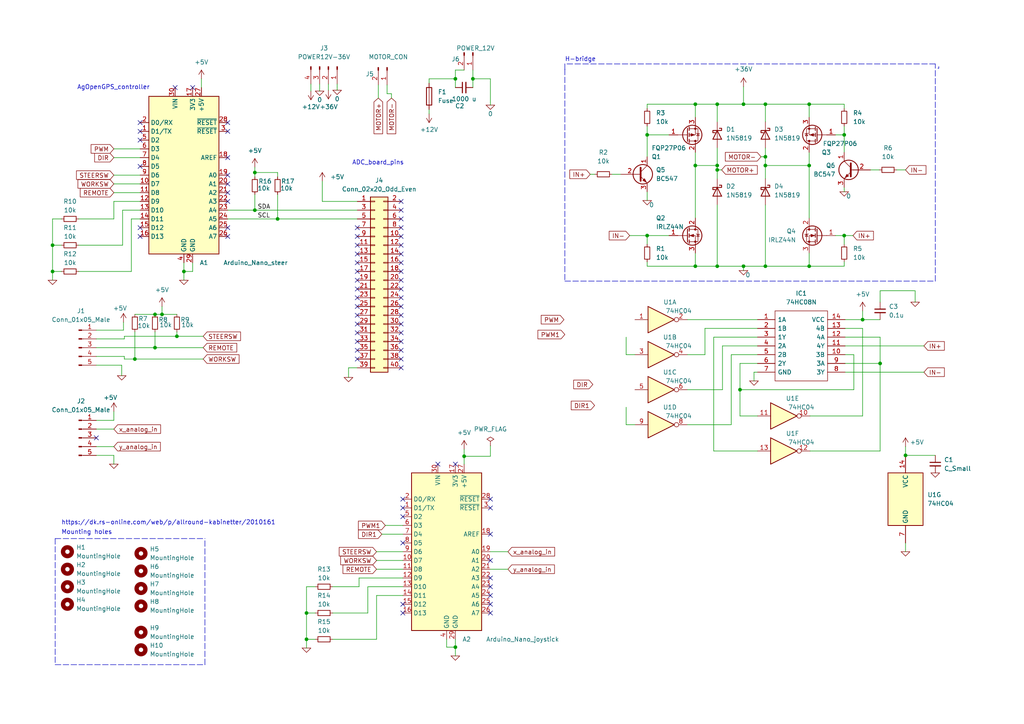
<source format=kicad_sch>
(kicad_sch (version 20211123) (generator eeschema)
  (paper "A4")
  (junction (at 208.026 48.006))
  (junction (at 244.856 39.116))
  (junction (at 234.696 30.226))
  (junction (at 132.08 22.86))
  (junction (at 201.676 48.006))
  (junction (at 221.996 45.466))
  (junction (at 201.676 77.216))
  (junction (at 208.026 77.216))
  (junction (at 51.308 97.536))
  (junction (at 46.99 91.186))
  (junction (at 215.646 30.226))
  (junction (at 44.958 100.838))
  (junction (at 15.24 71.12))
  (junction (at 234.696 48.006))
  (junction (at 88.9 185.42))
  (junction (at 88.9 177.8))
  (junction (at 215.646 77.216))
  (junction (at 208.026 30.226))
  (junction (at 73.914 50.038))
  (junction (at 15.24 78.74))
  (junction (at 244.856 68.326))
  (junction (at 214.63 113.03))
  (junction (at 221.996 77.216))
  (junction (at 39.116 104.14))
  (junction (at 187.706 39.116))
  (junction (at 137.16 22.86))
  (junction (at 73.914 60.96))
  (junction (at 221.996 48.006))
  (junction (at 44.958 91.186))
  (junction (at 201.676 30.226))
  (junction (at 255.27 105.41))
  (junction (at 234.696 77.216))
  (junction (at 262.636 132.08))
  (junction (at 80.518 63.5))
  (junction (at 134.62 132.334))
  (junction (at 221.996 30.226))
  (junction (at 208.026 49.276))
  (junction (at 250.19 92.71))
  (junction (at 53.34 78.74))
  (junction (at 132.08 187.706))
  (junction (at 187.706 68.326))
  (no_connect (at 116.332 106.68))
  (no_connect (at 103.632 68.58))
  (no_connect (at 66.04 68.58))
  (no_connect (at 142.24 170.18))
  (no_connect (at 116.84 157.48))
  (no_connect (at 116.332 58.42))
  (no_connect (at 116.332 63.5))
  (no_connect (at 116.84 144.78))
  (no_connect (at 132.08 134.62))
  (no_connect (at 40.64 38.1))
  (no_connect (at 142.24 175.26))
  (no_connect (at 103.632 83.82))
  (no_connect (at 127 134.62))
  (no_connect (at 55.88 25.4))
  (no_connect (at 103.632 104.14))
  (no_connect (at 66.04 38.1))
  (no_connect (at 142.24 167.64))
  (no_connect (at 50.8 25.4))
  (no_connect (at 142.24 177.8))
  (no_connect (at 103.632 78.74))
  (no_connect (at 66.04 58.42))
  (no_connect (at 103.632 91.44))
  (no_connect (at 142.24 162.56))
  (no_connect (at 27.94 127))
  (no_connect (at 116.332 104.14))
  (no_connect (at 142.24 154.94))
  (no_connect (at 66.04 45.72))
  (no_connect (at 116.332 96.52))
  (no_connect (at 40.64 68.58))
  (no_connect (at 116.332 101.6))
  (no_connect (at 116.84 149.86))
  (no_connect (at 116.332 81.28))
  (no_connect (at 116.84 175.26))
  (no_connect (at 103.632 101.6))
  (no_connect (at 116.332 88.9))
  (no_connect (at 103.632 66.04))
  (no_connect (at 103.632 73.66))
  (no_connect (at 40.64 40.64))
  (no_connect (at 103.632 81.28))
  (no_connect (at 116.332 83.82))
  (no_connect (at 142.24 147.32))
  (no_connect (at 116.84 177.8))
  (no_connect (at 116.332 99.06))
  (no_connect (at 116.332 73.66))
  (no_connect (at 40.64 48.26))
  (no_connect (at 103.632 93.98))
  (no_connect (at 103.632 71.12))
  (no_connect (at 40.64 66.04))
  (no_connect (at 116.332 86.36))
  (no_connect (at 142.24 144.78))
  (no_connect (at 103.632 76.2))
  (no_connect (at 103.632 96.52))
  (no_connect (at 116.84 147.32))
  (no_connect (at 66.04 35.56))
  (no_connect (at 116.332 71.12))
  (no_connect (at 142.24 172.72))
  (no_connect (at 66.04 66.04))
  (no_connect (at 66.04 53.34))
  (no_connect (at 116.332 60.96))
  (no_connect (at 40.64 35.56))
  (no_connect (at 116.332 76.2))
  (no_connect (at 103.632 88.9))
  (no_connect (at 116.332 93.98))
  (no_connect (at 103.632 99.06))
  (no_connect (at 66.04 50.8))
  (no_connect (at 116.332 91.44))
  (no_connect (at 116.332 66.04))
  (no_connect (at 116.332 68.58))
  (no_connect (at 66.04 55.88))
  (no_connect (at 116.332 78.74))
  (no_connect (at 103.632 86.36))
  (wire (pts (xy 33.02 53.34) (xy 40.64 53.34)))
  (wire (pts (xy 142.24 165.1) (xy 147.32 165.1)))
  (wire (pts (xy 112.268 27.178) (xy 113.538 27.178)))
  (wire (pts (xy 219.71 102.87) (xy 212.09 102.87)))
  (wire (pts (xy 134.62 130.302) (xy 134.62 132.334)))
  (wire (pts (xy 234.696 73.406) (xy 234.696 77.216)))
  (wire (pts (xy 215.646 77.216) (xy 215.646 78.486)))
  (wire (pts (xy 244.856 55.626) (xy 244.856 54.356)))
  (wire (pts (xy 104.14 167.64) (xy 104.14 170.18)))
  (wire (pts (xy 142.24 132.334) (xy 134.62 132.334)))
  (wire (pts (xy 39.116 96.266) (xy 39.116 104.14)))
  (wire (pts (xy 91.44 177.8) (xy 88.9 177.8)))
  (wire (pts (xy 88.9 185.42) (xy 91.44 185.42)))
  (wire (pts (xy 124.46 22.86) (xy 132.08 22.86)))
  (wire (pts (xy 220.726 45.466) (xy 221.996 45.466)))
  (wire (pts (xy 245.11 97.79) (xy 255.27 97.79)))
  (wire (pts (xy 204.47 95.25) (xy 204.47 102.87)))
  (wire (pts (xy 234.696 44.196) (xy 234.696 48.006)))
  (wire (pts (xy 244.856 36.576) (xy 244.856 39.116)))
  (wire (pts (xy 199.39 113.03) (xy 209.55 113.03)))
  (wire (pts (xy 234.696 48.006) (xy 234.696 63.246)))
  (wire (pts (xy 187.706 68.326) (xy 194.056 68.326)))
  (wire (pts (xy 208.026 59.436) (xy 208.026 77.216)))
  (wire (pts (xy 187.706 39.116) (xy 194.056 39.116)))
  (wire (pts (xy 73.914 60.96) (xy 103.632 60.96)))
  (wire (pts (xy 181.61 102.87) (xy 184.15 102.87)))
  (wire (pts (xy 234.696 30.226) (xy 244.856 30.226)))
  (wire (pts (xy 106.68 177.8) (xy 96.52 177.8)))
  (wire (pts (xy 221.996 42.926) (xy 221.996 45.466)))
  (wire (pts (xy 27.94 121.92) (xy 33.02 121.92)))
  (wire (pts (xy 44.958 91.186) (xy 46.99 91.186)))
  (wire (pts (xy 199.39 92.71) (xy 219.71 92.71)))
  (wire (pts (xy 27.94 100.838) (xy 44.958 100.838)))
  (polyline (pts (xy 272.288 19.304) (xy 272.288 19.812)))
  (wire (pts (xy 40.64 63.5) (xy 38.1 63.5)))
  (wire (pts (xy 22.86 63.5) (xy 33.02 63.5)))
  (wire (pts (xy 201.676 77.216) (xy 208.026 77.216)))
  (wire (pts (xy 132.08 187.706) (xy 132.08 190.246)))
  (wire (pts (xy 255.27 97.79) (xy 255.27 105.41)))
  (polyline (pts (xy 16.002 156.21) (xy 16.002 192.786)))
  (wire (pts (xy 113.538 27.178) (xy 113.538 28.448)))
  (wire (pts (xy 15.24 63.5) (xy 15.24 71.12)))
  (wire (pts (xy 95.25 24.384) (xy 95.25 26.162)))
  (wire (pts (xy 73.914 50.038) (xy 73.914 51.308)))
  (wire (pts (xy 124.46 33.02) (xy 124.46 31.75)))
  (wire (pts (xy 80.518 63.5) (xy 103.632 63.5)))
  (wire (pts (xy 221.996 59.436) (xy 221.996 77.216)))
  (wire (pts (xy 33.02 63.5) (xy 33.02 58.42)))
  (wire (pts (xy 80.518 51.308) (xy 80.518 50.038)))
  (wire (pts (xy 17.78 63.5) (xy 15.24 63.5)))
  (wire (pts (xy 33.02 50.8) (xy 40.64 50.8)))
  (wire (pts (xy 80.518 63.5) (xy 66.04 63.5)))
  (wire (pts (xy 187.706 70.866) (xy 187.706 68.326)))
  (wire (pts (xy 137.16 25.4) (xy 137.16 22.86)))
  (polyline (pts (xy 16.002 192.786) (xy 59.436 192.786)))
  (wire (pts (xy 255.27 130.81) (xy 255.27 105.41)))
  (wire (pts (xy 208.026 49.276) (xy 208.026 51.816)))
  (wire (pts (xy 142.24 160.02) (xy 147.32 160.02)))
  (wire (pts (xy 33.02 119.38) (xy 33.02 121.92)))
  (wire (pts (xy 252.476 49.276) (xy 255.016 49.276)))
  (wire (pts (xy 208.026 49.276) (xy 209.296 49.276)))
  (wire (pts (xy 142.24 22.86) (xy 137.16 22.86)))
  (polyline (pts (xy 163.83 20.066) (xy 163.83 81.534)))
  (wire (pts (xy 209.55 113.03) (xy 209.55 100.33)))
  (wire (pts (xy 27.94 103.378) (xy 36.068 103.378)))
  (wire (pts (xy 219.71 105.41) (xy 214.63 105.41)))
  (wire (pts (xy 53.34 76.2) (xy 53.34 78.74)))
  (wire (pts (xy 111.76 152.4) (xy 116.84 152.4)))
  (wire (pts (xy 134.62 20.32) (xy 132.08 20.32)))
  (wire (pts (xy 27.94 105.918) (xy 35.306 105.918)))
  (wire (pts (xy 39.116 104.14) (xy 58.928 104.14)))
  (wire (pts (xy 92.71 24.384) (xy 92.71 26.416)))
  (wire (pts (xy 221.996 48.006) (xy 221.996 51.816)))
  (wire (pts (xy 271.272 132.08) (xy 262.636 132.08)))
  (wire (pts (xy 204.47 102.87) (xy 199.39 102.87)))
  (wire (pts (xy 27.94 98.298) (xy 36.068 98.298)))
  (wire (pts (xy 214.63 113.03) (xy 247.65 113.03)))
  (wire (pts (xy 36.068 97.536) (xy 51.308 97.536)))
  (wire (pts (xy 212.09 102.87) (xy 212.09 123.19)))
  (wire (pts (xy 181.61 97.79) (xy 181.61 102.87)))
  (wire (pts (xy 58.42 22.86) (xy 58.42 25.4)))
  (wire (pts (xy 93.472 58.42) (xy 103.632 58.42)))
  (wire (pts (xy 35.814 93.472) (xy 35.814 95.758)))
  (wire (pts (xy 244.856 68.326) (xy 244.856 70.866)))
  (wire (pts (xy 129.54 185.42) (xy 129.54 187.706)))
  (wire (pts (xy 214.63 120.65) (xy 219.71 120.65)))
  (wire (pts (xy 40.64 60.96) (xy 35.56 60.96)))
  (wire (pts (xy 109.22 185.42) (xy 96.52 185.42)))
  (wire (pts (xy 55.88 76.2) (xy 55.88 78.74)))
  (polyline (pts (xy 163.83 81.534) (xy 271.272 81.534)))
  (wire (pts (xy 187.706 39.116) (xy 187.706 45.466)))
  (wire (pts (xy 132.08 185.42) (xy 132.08 187.706)))
  (wire (pts (xy 250.19 120.65) (xy 250.19 95.25)))
  (polyline (pts (xy 271.272 81.534) (xy 271.272 18.542)))
  (wire (pts (xy 215.646 25.146) (xy 215.646 30.226)))
  (wire (pts (xy 201.676 30.226) (xy 208.026 30.226)))
  (wire (pts (xy 33.02 134.62) (xy 33.02 132.08)))
  (wire (pts (xy 80.518 56.388) (xy 80.518 63.5)))
  (wire (pts (xy 88.9 187.96) (xy 88.9 185.42)))
  (wire (pts (xy 73.914 48.514) (xy 73.914 50.038)))
  (wire (pts (xy 46.99 91.186) (xy 46.99 88.9)))
  (wire (pts (xy 208.026 48.006) (xy 208.026 49.276)))
  (wire (pts (xy 35.814 95.758) (xy 27.94 95.758)))
  (wire (pts (xy 215.646 77.216) (xy 221.996 77.216)))
  (wire (pts (xy 201.676 48.006) (xy 208.026 48.006)))
  (wire (pts (xy 44.958 96.266) (xy 44.958 100.838)))
  (wire (pts (xy 215.646 30.226) (xy 221.996 30.226)))
  (wire (pts (xy 208.026 77.216) (xy 215.646 77.216)))
  (wire (pts (xy 207.01 130.81) (xy 219.71 130.81)))
  (wire (pts (xy 212.09 123.19) (xy 199.39 123.19)))
  (wire (pts (xy 234.696 30.226) (xy 234.696 34.036)))
  (wire (pts (xy 219.71 107.95) (xy 218.694 107.95)))
  (wire (pts (xy 38.1 78.74) (xy 22.86 78.74)))
  (wire (pts (xy 187.706 31.496) (xy 187.706 30.226)))
  (wire (pts (xy 181.61 118.11) (xy 181.61 123.19)))
  (wire (pts (xy 51.308 97.536) (xy 58.928 97.536)))
  (wire (pts (xy 221.996 30.226) (xy 234.696 30.226)))
  (wire (pts (xy 142.24 30.48) (xy 142.24 22.86)))
  (wire (pts (xy 214.63 113.03) (xy 214.63 120.65)))
  (wire (pts (xy 137.16 20.32) (xy 137.16 22.86)))
  (wire (pts (xy 33.02 55.88) (xy 40.64 55.88)))
  (wire (pts (xy 201.676 30.226) (xy 201.676 34.036)))
  (wire (pts (xy 187.706 36.576) (xy 187.706 39.116)))
  (wire (pts (xy 221.996 45.466) (xy 221.996 48.006)))
  (wire (pts (xy 93.472 52.578) (xy 93.472 58.42)))
  (wire (pts (xy 182.626 68.326) (xy 187.706 68.326)))
  (wire (pts (xy 91.44 170.18) (xy 88.9 170.18)))
  (wire (pts (xy 36.068 98.298) (xy 36.068 97.536)))
  (wire (pts (xy 245.11 92.71) (xy 250.19 92.71)))
  (wire (pts (xy 17.78 71.12) (xy 15.24 71.12)))
  (wire (pts (xy 97.79 24.384) (xy 97.79 26.162)))
  (wire (pts (xy 27.94 129.54) (xy 33.02 129.54)))
  (wire (pts (xy 244.856 39.116) (xy 242.316 39.116)))
  (wire (pts (xy 260.096 49.276) (xy 262.636 49.276)))
  (wire (pts (xy 262.636 129.54) (xy 262.636 132.08)))
  (wire (pts (xy 265.43 87.63) (xy 265.43 84.328)))
  (wire (pts (xy 66.04 60.96) (xy 73.914 60.96)))
  (polyline (pts (xy 163.83 18.542) (xy 163.83 20.32)))
  (wire (pts (xy 104.14 167.64) (xy 116.84 167.64)))
  (wire (pts (xy 51.308 91.186) (xy 46.99 91.186)))
  (wire (pts (xy 245.11 100.33) (xy 267.97 100.33)))
  (wire (pts (xy 219.71 97.79) (xy 207.01 97.79)))
  (wire (pts (xy 221.996 77.216) (xy 234.696 77.216)))
  (wire (pts (xy 201.676 73.406) (xy 201.676 77.216)))
  (wire (pts (xy 255.27 84.328) (xy 255.27 87.63)))
  (wire (pts (xy 247.65 102.87) (xy 245.11 102.87)))
  (wire (pts (xy 208.026 42.926) (xy 208.026 48.006)))
  (wire (pts (xy 181.61 123.19) (xy 184.15 123.19)))
  (wire (pts (xy 33.02 45.72) (xy 40.64 45.72)))
  (wire (pts (xy 53.34 78.74) (xy 53.34 81.28)))
  (wire (pts (xy 15.24 78.74) (xy 17.78 78.74)))
  (wire (pts (xy 101.092 106.68) (xy 101.092 109.474)))
  (wire (pts (xy 33.02 58.42) (xy 40.64 58.42)))
  (wire (pts (xy 187.706 30.226) (xy 201.676 30.226)))
  (wire (pts (xy 187.706 75.946) (xy 187.706 77.216)))
  (wire (pts (xy 33.02 43.18) (xy 40.64 43.18)))
  (wire (pts (xy 51.308 96.266) (xy 51.308 97.536)))
  (wire (pts (xy 109.22 165.1) (xy 116.84 165.1)))
  (wire (pts (xy 44.958 100.838) (xy 58.928 100.838)))
  (wire (pts (xy 36.068 104.14) (xy 36.068 103.378)))
  (wire (pts (xy 27.94 124.46) (xy 33.02 124.46)))
  (wire (pts (xy 109.22 160.02) (xy 116.84 160.02)))
  (wire (pts (xy 109.22 162.56) (xy 116.84 162.56)))
  (wire (pts (xy 35.306 108.966) (xy 35.306 105.918)))
  (polyline (pts (xy 271.272 18.542) (xy 163.83 18.542)))
  (wire (pts (xy 244.856 75.946) (xy 244.856 77.216)))
  (wire (pts (xy 250.19 90.17) (xy 250.19 92.71)))
  (wire (pts (xy 209.55 100.33) (xy 219.71 100.33)))
  (wire (pts (xy 171.196 50.546) (xy 172.466 50.546)))
  (wire (pts (xy 129.54 187.706) (xy 132.08 187.706)))
  (wire (pts (xy 132.08 20.32) (xy 132.08 22.86)))
  (wire (pts (xy 15.24 71.12) (xy 15.24 78.74)))
  (wire (pts (xy 90.17 24.384) (xy 90.17 26.416)))
  (wire (pts (xy 109.22 172.72) (xy 109.22 185.42)))
  (wire (pts (xy 36.068 104.14) (xy 39.116 104.14)))
  (wire (pts (xy 106.68 170.18) (xy 106.68 177.8)))
  (wire (pts (xy 242.316 68.326) (xy 244.856 68.326)))
  (polyline (pts (xy 59.436 192.786) (xy 59.436 156.21)))
  (wire (pts (xy 255.27 92.71) (xy 250.19 92.71)))
  (wire (pts (xy 33.02 132.08) (xy 27.94 132.08)))
  (wire (pts (xy 201.676 48.006) (xy 201.676 63.246)))
  (wire (pts (xy 38.1 63.5) (xy 38.1 78.74)))
  (wire (pts (xy 124.46 22.86) (xy 124.46 24.13)))
  (wire (pts (xy 116.84 170.18) (xy 106.68 170.18)))
  (wire (pts (xy 116.84 172.72) (xy 109.22 172.72)))
  (polyline (pts (xy 272.288 19.812) (xy 272.034 19.812)))
  (wire (pts (xy 132.08 25.4) (xy 132.08 22.86)))
  (wire (pts (xy 73.914 56.388) (xy 73.914 60.96)))
  (wire (pts (xy 245.11 105.41) (xy 255.27 105.41)))
  (wire (pts (xy 55.88 78.74) (xy 53.34 78.74)))
  (wire (pts (xy 219.71 95.25) (xy 204.47 95.25)))
  (wire (pts (xy 112.268 24.638) (xy 112.268 27.178)))
  (wire (pts (xy 35.56 71.12) (xy 22.86 71.12)))
  (wire (pts (xy 103.632 106.68) (xy 101.092 106.68)))
  (wire (pts (xy 244.856 30.226) (xy 244.856 31.496)))
  (wire (pts (xy 244.856 77.216) (xy 234.696 77.216)))
  (wire (pts (xy 187.706 55.626) (xy 187.706 58.166)))
  (wire (pts (xy 88.9 170.18) (xy 88.9 177.8)))
  (wire (pts (xy 88.9 177.8) (xy 88.9 185.42)))
  (wire (pts (xy 247.65 113.03) (xy 247.65 102.87)))
  (wire (pts (xy 218.694 107.95) (xy 218.694 110.49)))
  (wire (pts (xy 245.11 107.95) (xy 267.97 107.95)))
  (wire (pts (xy 177.546 50.546) (xy 180.086 50.546)))
  (wire (pts (xy 35.56 60.96) (xy 35.56 71.12)))
  (wire (pts (xy 234.95 120.65) (xy 250.19 120.65)))
  (wire (pts (xy 234.95 130.81) (xy 255.27 130.81)))
  (wire (pts (xy 15.24 81.28) (xy 15.24 78.74)))
  (wire (pts (xy 104.14 170.18) (xy 96.52 170.18)))
  (wire (pts (xy 207.01 97.79) (xy 207.01 130.81)))
  (wire (pts (xy 244.856 39.116) (xy 244.856 44.196)))
  (wire (pts (xy 142.24 129.286) (xy 142.24 132.334)))
  (wire (pts (xy 244.856 68.326) (xy 247.396 68.326)))
  (wire (pts (xy 187.706 77.216) (xy 201.676 77.216)))
  (wire (pts (xy 245.11 95.25) (xy 250.19 95.25)))
  (wire (pts (xy 221.996 48.006) (xy 234.696 48.006)))
  (wire (pts (xy 214.63 105.41) (xy 214.63 113.03)))
  (wire (pts (xy 262.636 160.02) (xy 262.636 157.48)))
  (wire (pts (xy 208.026 30.226) (xy 215.646 30.226)))
  (wire (pts (xy 134.62 132.334) (xy 134.62 134.62)))
  (wire (pts (xy 265.43 84.328) (xy 255.27 84.328)))
  (wire (pts (xy 110.744 154.94) (xy 116.84 154.94)))
  (wire (pts (xy 109.728 24.638) (xy 109.728 28.448)))
  (wire (pts (xy 221.996 30.226) (xy 221.996 35.306)))
  (wire (pts (xy 80.518 50.038) (xy 73.914 50.038)))
  (polyline (pts (xy 16.002 156.21) (xy 59.436 156.21)))
  (wire (pts (xy 208.026 30.226) (xy 208.026 35.306)))
  (wire (pts (xy 201.676 44.196) (xy 201.676 48.006)))
  (wire (pts (xy 39.116 91.186) (xy 44.958 91.186)))
  (text "Mounting holes\n" (at 17.78 155.194 0) (effects (font (size 1.27 1.27)) (justify left bottom)))
  (text "ADC_board_pins\n" (at 102.108 48.006 0) (effects (font (size 1.27 1.27)) (justify left bottom)))
  (text "https://dk.rs-online.com/web/p/allround-kabinetter/2010161" (at 17.78 152.4 0) (effects (font (size 1.27 1.27)) (justify left bottom)))
  (text "AgOpenGPS_controller" (at 22.352 26.162 0) (effects (font (size 1.27 1.27)) (justify left bottom)))
  (text "H-bridge" (at 163.83 18.034 0) (effects (font (size 1.27 1.27)) (justify left bottom)))
  (label "SDA" (at 74.676 60.96 0))
  (label "SCL" (at 74.676 63.5 0))
  (global_label "IN-" (shape input) (at 182.626 68.326 180) (property "Intersheet References" "${INTERSHEET_REFS}" (effects hide)))
  (global_label "y_analog_in" (shape input) (at 33.02 129.54 0) (property "Intersheet References" "${INTERSHEET_REFS}" (effects hide)))
  (global_label "STEERSW" (shape input) (at 58.928 97.536 0) (property "Intersheet References" "${INTERSHEET_REFS}" (effects hide)))
  (global_label "y_analog_in" (shape input) (at 147.32 165.1 0) (property "Intersheet References" "${INTERSHEET_REFS}" (effects hide)))
  (global_label "REMOTE" (shape input) (at 33.02 55.88 180) (property "Intersheet References" "${INTERSHEET_REFS}" (effects hide)))
  (global_label "REMOTE" (shape input) (at 58.928 100.838 0) (property "Intersheet References" "${INTERSHEET_REFS}" (effects hide)))
  (global_label "DIR1" (shape input) (at 172.466 117.602 180) (property "Intersheet References" "${INTERSHEET_REFS}" (effects hide)))
  (global_label "PWM" (shape input) (at 33.02 43.18 180) (property "Intersheet References" "${INTERSHEET_REFS}" (effects hide)))
  (global_label "IN-" (shape input) (at 267.97 107.95 0) (property "Intersheet References" "${INTERSHEET_REFS}" (effects hide)))
  (global_label "MOTOR-" (shape input) (at 113.538 28.448 270) (property "Intersheet References" "${INTERSHEET_REFS}" (effects hide)))
  (global_label "WORKSW" (shape input) (at 58.928 104.14 0) (property "Intersheet References" "${INTERSHEET_REFS}" (effects hide)))
  (global_label "DIR" (shape input) (at 33.02 45.72 180) (property "Intersheet References" "${INTERSHEET_REFS}" (effects hide)))
  (global_label "IN+" (shape input) (at 267.97 100.33 0) (property "Intersheet References" "${INTERSHEET_REFS}" (effects hide)))
  (global_label "PWM" (shape input) (at 163.576 92.71 180) (property "Intersheet References" "${INTERSHEET_REFS}" (effects hide)))
  (global_label "IN+" (shape input) (at 247.396 68.326 0) (property "Intersheet References" "${INTERSHEET_REFS}" (effects hide)))
  (global_label "DIR1" (shape input) (at 110.744 154.94 180) (property "Intersheet References" "${INTERSHEET_REFS}" (effects hide)))
  (global_label "PWM1" (shape input) (at 111.76 152.4 180) (property "Intersheet References" "${INTERSHEET_REFS}" (effects hide)))
  (global_label "MOTOR+" (shape input) (at 209.296 49.276 0) (property "Intersheet References" "${INTERSHEET_REFS}" (effects hide)))
  (global_label "IN-" (shape input) (at 262.636 49.276 0) (property "Intersheet References" "${INTERSHEET_REFS}" (effects hide)))
  (global_label "MOTOR-" (shape input) (at 220.726 45.466 180) (property "Intersheet References" "${INTERSHEET_REFS}" (effects hide)))
  (global_label "STEERSW" (shape input) (at 33.02 50.8 180) (property "Intersheet References" "${INTERSHEET_REFS}" (effects hide)))
  (global_label "x_analog_in" (shape input) (at 147.32 160.02 0) (property "Intersheet References" "${INTERSHEET_REFS}" (effects hide)))
  (global_label "STEERSW" (shape input) (at 109.22 160.02 180) (property "Intersheet References" "${INTERSHEET_REFS}" (effects hide)))
  (global_label "IN+" (shape input) (at 171.196 50.546 180) (property "Intersheet References" "${INTERSHEET_REFS}" (effects hide)))
  (global_label "PWM1" (shape input) (at 163.83 97.028 180) (property "Intersheet References" "${INTERSHEET_REFS}" (effects hide)))
  (global_label "REMOTE" (shape input) (at 109.22 165.1 180) (property "Intersheet References" "${INTERSHEET_REFS}" (effects hide)))
  (global_label "WORKSW" (shape input) (at 109.22 162.56 180) (property "Intersheet References" "${INTERSHEET_REFS}" (effects hide)))
  (global_label "WORKSW" (shape input) (at 33.02 53.34 180) (property "Intersheet References" "${INTERSHEET_REFS}" (effects hide)))
  (global_label "DIR" (shape input) (at 171.958 111.506 180) (property "Intersheet References" "${INTERSHEET_REFS}" (effects hide)))
  (global_label "x_analog_in" (shape input) (at 33.02 124.46 0) (property "Intersheet References" "${INTERSHEET_REFS}" (effects hide)))
  (global_label "MOTOR+" (shape input) (at 109.728 28.448 270) (property "Intersheet References" "${INTERSHEET_REFS}" (effects hide)))
  (symbol (lib_id "74xx:74HC04") (at 191.77 123.19 0) (unit 4)
    (property "Reference" "U1" (at 194.31 118.11 0))
    (property "Value" "74HC04" (at 196.85 120.65 0))
    (property "Footprint" "Package_DIP:DIP-14_W7.62mm" (effects hide))
    (property "Datasheet" "https://assets.nexperia.com/documents/data-sheet/74HC_HCT04.pdf" (effects hide))
  )
  (symbol (lib_id "power:+36V") (at 95.25 26.162 180) (unit 1)
    (property "Reference" "#PWR0102" (effects hide))
    (property "Value" "+36V" (at 92.71 30.988 0) (effects (justify right)))
  )
  (symbol (lib_id "pspice:0") (at 101.092 109.474 0) (unit 1)
    (property "Reference" "#GND0115" (effects hide))
    (property "Value" "0" (effects hide))
  )
  (symbol (lib_id "Device:R_Small") (at 244.856 73.406 0) (unit 1)
    (property "Reference" "R5" (at 247.396 72.1359 0) (effects (justify left)))
    (property "Value" "10k" (at 247.396 74.6759 0) (effects (justify left)))
    (property "Footprint" "Resistor_THT:R_Axial_DIN0207_L6.3mm_D2.5mm_P7.62mm_Horizontal" (effects hide))
  )
  (symbol (lib_id "Transistor_FET:FQP27P06") (at 237.236 39.116 180) (unit 1)
    (property "Reference" "Q3" (at 241.046 44.196 0) (effects (justify left)))
    (property "Value" "FQP27P06" (at 248.666 41.656 0) (effects (justify left)))
    (property "Footprint" "Package_TO_SOT_THT:TO-220-3_Vertical" (effects hide))
    (property "Datasheet" "https://www.onsemi.com/pub/Collateral/FQP27P06-D.PDF" (effects hide))
  )
  (symbol (lib_id "74xx:74HC04") (at 191.77 113.03 0) (unit 3)
    (property "Reference" "U1" (at 194.31 107.95 0))
    (property "Value" "74HC04" (at 196.85 110.49 0))
    (property "Footprint" "Package_DIP:DIP-14_W7.62mm" (effects hide))
    (property "Datasheet" "https://assets.nexperia.com/documents/data-sheet/74HC_HCT04.pdf" (effects hide))
  )
  (symbol (lib_id "power:+5V") (at 134.62 130.302 0) (unit 1)
    (property "Reference" "#PWR0112" (effects hide))
    (property "Value" "+5V" (at 134.62 125.476 0))
  )
  (symbol (lib_id "Transistor_FET:FQP27P06") (at 199.136 39.116 0) (mirror x) (unit 1)
    (property "Reference" "Q1" (at 188.976 45.466 0) (effects (justify left)))
    (property "Value" "FQP27P06" (at 188.976 42.926 0) (effects (justify left)))
    (property "Footprint" "Package_TO_SOT_THT:TO-220-3_Vertical" (effects hide))
    (property "Datasheet" "https://www.onsemi.com/pub/Collateral/FQP27P06-D.PDF" (effects hide))
  )
  (symbol (lib_id "Diode:1N5819") (at 221.996 55.626 270) (unit 1)
    (property "Reference" "D4" (at 224.536 54.0384 90) (effects (justify left)))
    (property "Value" "1N5819" (at 224.536 56.5784 90) (effects (justify left)))
    (property "Footprint" "Diode_THT:D_DO-41_SOD81_P10.16mm_Horizontal" (effects hide))
    (property "Datasheet" "http://www.vishay.com/docs/88525/1n5817.pdf" (effects hide))
  )
  (symbol (lib_id "Device:R_Small") (at 51.308 93.726 0) (unit 1)
    (property "Reference" "R9" (at 52.324 92.71 0) (effects (justify left)))
    (property "Value" "10k" (at 52.578 94.234 0) (effects (justify left)))
    (property "Footprint" "Resistor_THT:R_Axial_DIN0207_L6.3mm_D2.5mm_P7.62mm_Horizontal" (effects hide))
  )
  (symbol (lib_id "Connector:Conn_01x02_Male") (at 112.268 19.558 270) (unit 1)
    (property "Reference" "J5" (at 108.458 21.4631 90) (effects (justify right)))
    (property "Value" "MOTOR_CON" (at 118.364 16.51 90) (effects (justify right)))
    (property "Footprint" "Connector_Phoenix_MSTB:PhoenixContact_MSTBA_2,5_2-G-5,08_1x02_P5.08mm_Horizontal" (effects hide))
  )
  (symbol (lib_id "Diode:1N5819") (at 221.996 39.116 270) (unit 1)
    (property "Reference" "D3" (at 224.536 37.5284 90) (effects (justify left)))
    (property "Value" "1N5819" (at 224.536 40.0684 90) (effects (justify left)))
    (property "Footprint" "Diode_THT:D_DO-41_SOD81_P10.16mm_Horizontal" (effects hide))
    (property "Datasheet" "http://www.vishay.com/docs/88525/1n5817.pdf" (effects hide))
  )
  (symbol (lib_id "pspice:0") (at 218.694 110.49 0) (unit 1)
    (property "Reference" "#GND0108" (effects hide))
    (property "Value" "0" (effects hide))
  )
  (symbol (lib_id "power:+12V") (at 124.46 33.02 180) (unit 1)
    (property "Reference" "#PWR0105" (effects hide))
    (property "Value" "+12V" (at 124.46 37.592 0))
  )
  (symbol (lib_id "Device:R_Small") (at 257.556 49.276 90) (unit 1)
    (property "Reference" "R6" (at 257.556 42.926 90))
    (property "Value" "10k" (at 257.556 45.466 90))
    (property "Footprint" "Resistor_THT:R_Axial_DIN0207_L6.3mm_D2.5mm_P7.62mm_Horizontal" (effects hide))
  )
  (symbol (lib_id "pspice:0") (at 244.856 55.626 0) (unit 1)
    (property "Reference" "#GND0101" (effects hide))
    (property "Value" "0" (at 246.126 56.896 0))
  )
  (symbol (lib_id "pspice:0") (at 15.24 81.28 0) (unit 1)
    (property "Reference" "#GND0118" (effects hide))
    (property "Value" "0" (effects hide))
  )
  (symbol (lib_id "pspice:0") (at 97.79 26.162 0) (unit 1)
    (property "Reference" "#GND0104" (effects hide))
    (property "Value" "0" (at 97.79 28.702 0))
  )
  (symbol (lib_id "Device:C_Small") (at 134.62 25.4 90) (unit 1)
    (property "Reference" "C2" (at 133.35 30.734 90))
    (property "Value" "1000 u" (at 134.62 28.702 90))
    (property "Footprint" "Capacitor_THT:C_Radial_D10.0mm_H12.5mm_P5.00mm" (effects hide))
  )
  (symbol (lib_id "Connector:Conn_01x04_Male") (at 95.25 19.304 270) (unit 1)
    (property "Reference" "J3" (at 93.98 13.97 90))
    (property "Value" "POWER12V-36V" (at 93.98 16.51 90))
    (property "Footprint" "Connector_Phoenix_MSTB:PhoenixContact_MSTBA_2,5_4-G-5,08_1x04_P5.08mm_Horizontal" (effects hide))
  )
  (symbol (lib_id "Device:R_Small") (at 20.32 63.5 90) (unit 1)
    (property "Reference" "R10" (at 20.32 58.42 90))
    (property "Value" "10k" (at 20.32 60.96 90))
    (property "Footprint" "Resistor_THT:R_Axial_DIN0207_L6.3mm_D2.5mm_P7.62mm_Horizontal" (effects hide))
  )
  (symbol (lib_id "Diode:1N5819") (at 208.026 39.116 270) (unit 1)
    (property "Reference" "D1" (at 210.566 37.5284 90) (effects (justify left)))
    (property "Value" "1N5819" (at 210.566 40.0684 90) (effects (justify left)))
    (property "Footprint" "Diode_THT:D_DO-41_SOD81_P10.16mm_Horizontal" (effects hide))
    (property "Datasheet" "http://www.vishay.com/docs/88525/1n5817.pdf" (effects hide))
  )
  (symbol (lib_id "MCU_Module:Arduino_Nano_v2.x") (at 129.54 160.02 0) (unit 1)
    (property "Reference" "A2" (at 134.0994 185.42 0) (effects (justify left)))
    (property "Value" "Arduino_Nano_joystick" (at 140.97 185.42 0) (effects (justify left)))
    (property "Footprint" "Module:Arduino_Nano" (effects hide))
    (property "Datasheet" "https://www.arduino.cc/en/uploads/Main/ArduinoNanoManual23.pdf" (effects hide))
  )
  (symbol (lib_id "pspice:0") (at 92.71 26.416 0) (unit 1)
    (property "Reference" "#GND0114" (effects hide))
    (property "Value" "0" (at 92.71 28.956 0))
  )
  (symbol (lib_id "power:+5V") (at 58.42 22.86 0) (unit 1)
    (property "Reference" "#PWR0110" (effects hide))
    (property "Value" "+5V" (at 58.42 18.034 0))
  )
  (symbol (lib_id "power:+5V") (at 73.914 48.514 0) (unit 1)
    (property "Reference" "#PWR01" (effects hide))
    (property "Value" "+5V" (at 73.914 43.688 0))
  )
  (symbol (lib_id "Device:R_Small") (at 93.98 185.42 90) (unit 1)
    (property "Reference" "R15" (at 93.98 180.34 90))
    (property "Value" "10k" (at 93.98 182.88 90))
    (property "Footprint" "Resistor_THT:R_Axial_DIN0207_L6.3mm_D2.5mm_P7.62mm_Horizontal" (effects hide))
  )
  (symbol (lib_id "Device:R_Small") (at 187.706 34.036 0) (unit 1)
    (property "Reference" "R3" (at 190.246 32.7659 0) (effects (justify left)))
    (property "Value" "10k" (at 190.246 35.3059 0) (effects (justify left)))
    (property "Footprint" "Resistor_THT:R_Axial_DIN0207_L6.3mm_D2.5mm_P7.62mm_Horizontal" (effects hide))
  )
  (symbol (lib_id "pspice:0") (at 35.306 108.966 0) (unit 1)
    (property "Reference" "#GND0113" (effects hide))
    (property "Value" "0" (effects hide))
  )
  (symbol (lib_id "Transistor_FET:IRLZ44N") (at 237.236 68.326 0) (mirror y) (unit 1)
    (property "Reference" "Q4" (at 230.886 67.0559 0) (effects (justify left)))
    (property "Value" "IRLZ44N" (at 230.886 69.5959 0) (effects (justify left)))
    (property "Footprint" "Package_TO_SOT_THT:TO-220-3_Vertical" (effects hide))
    (property "Datasheet" "http://www.irf.com/product-info/datasheets/data/irlz44n.pdf" (effects hide))
  )
  (symbol (lib_id "Device:R_Small") (at 20.32 78.74 90) (unit 1)
    (property "Reference" "R12" (at 20.32 73.66 90))
    (property "Value" "10k" (at 20.32 76.2 90))
    (property "Footprint" "Resistor_THT:R_Axial_DIN0207_L6.3mm_D2.5mm_P7.62mm_Horizontal" (effects hide))
  )
  (symbol (lib_id "power:PWR_FLAG") (at 142.24 129.286 0) (unit 1)
    (property "Reference" "#FLG0101" (effects hide))
    (property "Value" "PWR_FLAG" (at 142.24 124.46 0))
  )
  (symbol (lib_id "Device:R_Small") (at 93.98 170.18 90) (unit 1)
    (property "Reference" "R13" (at 93.98 165.1 90))
    (property "Value" "10k" (at 93.98 167.64 90))
    (property "Footprint" "Resistor_THT:R_Axial_DIN0207_L6.3mm_D2.5mm_P7.62mm_Horizontal" (effects hide))
  )
  (symbol (lib_id "Device:R_Small") (at 80.518 53.848 0) (unit 1)
    (property "Reference" "R17" (at 81.534 52.578 0) (effects (justify left)))
    (property "Value" "10k" (at 81.28 54.61 0) (effects (justify left)))
    (property "Footprint" "Resistor_THT:R_Axial_DIN0207_L6.3mm_D2.5mm_P7.62mm_Horizontal" (effects hide))
  )
  (symbol (lib_id "Mechanical:MountingHole") (at 19.558 160.02 0) (unit 1)
    (property "Reference" "H1" (at 22.098 158.7499 0) (effects (justify left)))
    (property "Value" "MountingHole" (at 22.098 161.2899 0) (effects (justify left)))
    (property "Footprint" "MountingHole:MountingHole_3mm" (effects hide))
  )
  (symbol (lib_id "pspice:0") (at 215.646 78.486 0) (unit 1)
    (property "Reference" "#GND0102" (effects hide))
    (property "Value" "0" (at 216.916 79.756 0))
  )
  (symbol (lib_id "pspice:0") (at 187.706 58.166 0) (unit 1)
    (property "Reference" "#GND0103" (effects hide))
    (property "Value" "0" (at 188.976 59.436 0))
  )
  (symbol (lib_id "pspice:0") (at 88.9 187.96 0) (unit 1)
    (property "Reference" "#GND0119" (effects hide))
    (property "Value" "0" (effects hide))
  )
  (symbol (lib_id "pspice:0") (at 132.08 190.246 0) (unit 1)
    (property "Reference" "#GND0116" (effects hide))
    (property "Value" "0" (effects hide))
  )
  (symbol (lib_id "power:+5V") (at 262.636 129.54 0) (unit 1)
    (property "Reference" "#PWR0103" (effects hide))
    (property "Value" "+5V" (at 265.938 128.27 0))
  )
  (symbol (lib_id "power:+5V") (at 35.814 93.472 0) (unit 1)
    (property "Reference" "#PWR0106" (effects hide))
    (property "Value" "+5V" (at 32.766 89.408 0) (effects (justify left)))
  )
  (symbol (lib_id "power:+5V") (at 93.472 52.578 0) (unit 1)
    (property "Reference" "#PWR0111" (effects hide))
    (property "Value" "+5V" (at 95.758 51.3079 0) (effects (justify left)))
  )
  (symbol (lib_id "power:+5V") (at 33.02 119.38 0) (unit 1)
    (property "Reference" "#PWR0108" (effects hide))
    (property "Value" "+5V" (at 29.972 115.316 0) (effects (justify left)))
  )
  (symbol (lib_id "Mechanical:MountingHole") (at 40.894 160.528 0) (unit 1)
    (property "Reference" "H5" (at 43.434 159.2579 0) (effects (justify left)))
    (property "Value" "MountingHole" (at 43.434 161.7979 0) (effects (justify left)))
    (property "Footprint" "MountingHole:MountingHole_3mm" (effects hide))
  )
  (symbol (lib_id "MCU_Module:Arduino_Nano_v2.x") (at 53.34 50.8 0) (unit 1)
    (property "Reference" "A1" (at 57.8994 76.2 0) (effects (justify left)))
    (property "Value" "Arduino_Nano_steer" (at 64.77 76.2 0) (effects (justify left)))
    (property "Footprint" "Module:Arduino_Nano" (effects hide))
    (property "Datasheet" "https://www.arduino.cc/en/uploads/Main/ArduinoNanoManual23.pdf" (effects hide))
  )
  (symbol (lib_id "pspice:0") (at 265.43 87.63 0) (unit 1)
    (property "Reference" "#GND0109" (effects hide))
    (property "Value" "0" (effects hide))
  )
  (symbol (lib_id "Connector:Conn_01x02_Male") (at 137.16 15.24 270) (unit 1)
    (property "Reference" "J6" (at 133.35 17.1451 90) (effects (justify right)))
    (property "Value" "POWER_12V" (at 143.51 13.97 90) (effects (justify right)))
    (property "Footprint" "Connector_Phoenix_MSTB:PhoenixContact_MSTBA_2,5_2-G-5,08_1x02_P5.08mm_Horizontal" (effects hide))
  )
  (symbol (lib_id "pspice:0") (at 33.02 134.62 0) (unit 1)
    (property "Reference" "#GND0117" (effects hide))
    (property "Value" "0" (effects hide))
  )
  (symbol (lib_id "pspice:0") (at 262.636 160.02 0) (unit 1)
    (property "Reference" "#GND0106" (effects hide))
    (property "Value" "0" (effects hide))
  )
  (symbol (lib_id "Device:R_Small") (at 20.32 71.12 90) (unit 1)
    (property "Reference" "R11" (at 20.32 66.04 90))
    (property "Value" "10k" (at 20.32 68.58 90))
    (property "Footprint" "Resistor_THT:R_Axial_DIN0207_L6.3mm_D2.5mm_P7.62mm_Horizontal" (effects hide))
  )
  (symbol (lib_id "Device:R_Small") (at 175.006 50.546 90) (unit 1)
    (property "Reference" "R2" (at 175.006 44.196 90))
    (property "Value" "10k" (at 175.006 46.736 90))
    (property "Footprint" "Resistor_THT:R_Axial_DIN0207_L6.3mm_D2.5mm_P7.62mm_Horizontal" (effects hide))
  )
  (symbol (lib_id "Mechanical:MountingHole") (at 40.894 165.608 0) (unit 1)
    (property "Reference" "H6" (at 43.434 164.3379 0) (effects (justify left)))
    (property "Value" "MountingHole" (at 43.434 166.8779 0) (effects (justify left)))
    (property "Footprint" "MountingHole:MountingHole_3mm" (effects hide))
  )
  (symbol (lib_id "pspice:0") (at 142.24 30.48 0) (unit 1)
    (property "Reference" "#GND0112" (effects hide))
    (property "Value" "0" (at 142.24 33.02 0))
  )
  (symbol (lib_id "Device:R_Small") (at 73.914 53.848 0) (unit 1)
    (property "Reference" "R16" (at 74.93 52.578 0) (effects (justify left)))
    (property "Value" "10k" (at 74.676 54.61 0) (effects (justify left)))
    (property "Footprint" "Resistor_THT:R_Axial_DIN0207_L6.3mm_D2.5mm_P7.62mm_Horizontal" (effects hide))
  )
  (symbol (lib_id "Transistor_FET:IRLZ44N") (at 199.136 68.326 0) (unit 1)
    (property "Reference" "Q2" (at 190.246 63.246 0) (effects (justify left)))
    (property "Value" "IRLZ44N" (at 190.246 65.786 0) (effects (justify left)))
    (property "Footprint" "Package_TO_SOT_THT:TO-220-3_Vertical" (effects hide))
    (property "Datasheet" "http://www.irf.com/product-info/datasheets/data/irlz44n.pdf" (effects hide))
  )
  (symbol (lib_id "Connector:Conn_01x05_Male") (at 22.86 127 0) (unit 1)
    (property "Reference" "J2" (at 23.495 116.332 0))
    (property "Value" "Conn_01x05_Male" (at 23.495 118.872 0))
    (property "Footprint" "Connector_Phoenix_MSTB:PhoenixContact_MSTBA_2,5_5-G-5,08_1x05_P5.08mm_Horizontal" (effects hide))
  )
  (symbol (lib_id "Mechanical:MountingHole") (at 40.894 183.388 0) (unit 1)
    (property "Reference" "H9" (at 43.434 182.1179 0) (effects (justify left)))
    (property "Value" "MountingHole" (at 43.434 184.6579 0) (effects (justify left)))
    (property "Footprint" "MountingHole:MountingHole_5mm" (effects hide))
  )
  (symbol (lib_id "Mechanical:MountingHole") (at 40.894 188.468 0) (unit 1)
    (property "Reference" "H10" (at 43.434 187.1979 0) (effects (justify left)))
    (property "Value" "MountingHole" (at 43.434 189.7379 0) (effects (justify left)))
    (property "Footprint" "MountingHole:MountingHole_5mm" (effects hide))
  )
  (symbol (lib_id "Device:R_Small") (at 244.856 34.036 0) (unit 1)
    (property "Reference" "R4" (at 247.396 32.7659 0) (effects (justify left)))
    (property "Value" "10k" (at 247.396 35.3059 0) (effects (justify left)))
    (property "Footprint" "Resistor_THT:R_Axial_DIN0207_L6.3mm_D2.5mm_P7.62mm_Horizontal" (effects hide))
  )
  (symbol (lib_id "power:+12V") (at 90.17 26.416 180) (unit 1)
    (property "Reference" "#PWR0109" (effects hide))
    (property "Value" "+12V" (at 90.17 30.988 0))
  )
  (symbol (lib_id "Device:R_Small") (at 187.706 73.406 0) (unit 1)
    (property "Reference" "R1" (at 190.246 72.1359 0) (effects (justify left)))
    (property "Value" "10k" (at 190.246 74.6759 0) (effects (justify left)))
    (property "Footprint" "Resistor_THT:R_Axial_DIN0207_L6.3mm_D2.5mm_P7.62mm_Horizontal" (effects hide))
  )
  (symbol (lib_id "74xx:74HC04") (at 227.33 120.65 0) (unit 5)
    (property "Reference" "U1" (at 229.87 115.57 0))
    (property "Value" "74HC04" (at 232.41 118.11 0))
    (property "Footprint" "Package_DIP:DIP-14_W7.62mm" (effects hide))
    (property "Datasheet" "https://assets.nexperia.com/documents/data-sheet/74HC_HCT04.pdf" (effects hide))
  )
  (symbol (lib_id "New_Library:74HC08N") (at 219.71 92.71 0) (unit 1)
    (property "Reference" "IC1" (at 232.41 85.09 0))
    (property "Value" "74HC08N" (at 232.41 87.63 0))
    (property "Footprint" "Package_DIP:DIP-14_W7.62mm" (effects hide))
    (property "Datasheet" "https://componentsearchengine.com/Datasheets/2/ATMEGA16U2-AU.pdf" (effects hide))
    (property "Description" "Quad 2i/p AND gate,74HC08N DIP14 2-6V NXP PC74HC08N, Quad 2-Input AND Logic Gate, 2  6 V, 14-Pin PDIP" (effects hide))
    (property "Height" "4.2" (effects hide))
    (property "Manufacturer_Name" "Nexperia" (effects hide))
    (property "Manufacturer_Part_Number" "74HC08N" (effects hide))
  )
  (symbol (lib_id "Device:R_Small") (at 93.98 177.8 90) (unit 1)
    (property "Reference" "R14" (at 93.98 172.72 90))
    (property "Value" "10k" (at 93.98 175.26 90))
    (property "Footprint" "Resistor_THT:R_Axial_DIN0207_L6.3mm_D2.5mm_P7.62mm_Horizontal" (effects hide))
  )
  (symbol (lib_id "power:+5V") (at 250.19 90.17 0) (unit 1)
    (property "Reference" "#PWR0104" (effects hide))
    (property "Value" "+5V" (at 250.19 85.344 0))
  )
  (symbol (lib_id "Transistor_BJT:BC547") (at 247.396 49.276 0) (mirror y) (unit 1)
    (property "Reference" "Q6" (at 242.316 48.0059 0) (effects (justify left)))
    (property "Value" "BC547" (at 242.316 50.5459 0) (effects (justify left)))
    (property "Footprint" "Package_TO_SOT_THT:TO-92_Inline" (effects hide))
    (property "Datasheet" "https://www.onsemi.com/pub/Collateral/BC550-D.pdf" (effects hide))
  )
  (symbol (lib_id "pspice:0") (at 53.34 81.28 0) (unit 1)
    (property "Reference" "#GND0105" (effects hide))
    (property "Value" "0" (effects hide))
  )
  (symbol (lib_id "Diode:1N5819") (at 208.026 55.626 270) (unit 1)
    (property "Reference" "D2" (at 210.566 54.0384 90) (effects (justify left)))
    (property "Value" "1N5819" (at 210.566 56.5784 90) (effects (justify left)))
    (property "Footprint" "Diode_THT:D_DO-41_SOD81_P10.16mm_Horizontal" (effects hide))
    (property "Datasheet" "http://www.vishay.com/docs/88525/1n5817.pdf" (effects hide))
  )
  (symbol (lib_id "Device:Fuse") (at 124.46 27.94 0) (unit 1)
    (property "Reference" "F1" (at 127 26.6699 0) (effects (justify left)))
    (property "Value" "Fuse" (at 127 29.2099 0) (effects (justify left)))
    (property "Footprint" "Fuse:Fuseholder_Cylinder-5x20mm_Stelvio-Kontek_PTF78_Horizontal_Open" (effects hide))
  )
  (symbol (lib_id "Device:R_Small") (at 44.958 93.726 0) (unit 1)
    (property "Reference" "R8" (at 45.974 92.71 0) (effects (justify left)))
    (property "Value" "10k" (at 46.228 94.234 0) (effects (justify left)))
    (property "Footprint" "Resistor_THT:R_Axial_DIN0207_L6.3mm_D2.5mm_P7.62mm_Horizontal" (effects hide))
  )
  (symbol (lib_id "74xx:74HC04") (at 227.33 130.81 0) (unit 6)
    (property "Reference" "U1" (at 229.87 125.73 0))
    (property "Value" "74HC04" (at 232.41 128.27 0))
    (property "Footprint" "Package_DIP:DIP-14_W7.62mm" (effects hide))
    (property "Datasheet" "https://assets.nexperia.com/documents/data-sheet/74HC_HCT04.pdf" (effects hide))
  )
  (symbol (lib_id "74xx:74HC04") (at 191.77 92.71 0) (unit 1)
    (property "Reference" "U1" (at 194.31 87.63 0))
    (property "Value" "74HC04" (at 196.85 90.17 0))
    (property "Footprint" "Package_DIP:DIP-14_W7.62mm" (effects hide))
    (property "Datasheet" "https://assets.nexperia.com/documents/data-sheet/74HC_HCT04.pdf" (effects hide))
  )
  (symbol (lib_id "Mechanical:MountingHole") (at 40.894 175.768 0) (unit 1)
    (property "Reference" "H8" (at 43.434 174.4979 0) (effects (justify left)))
    (property "Value" "MountingHole" (at 43.434 177.0379 0) (effects (justify left)))
    (property "Footprint" "MountingHole:MountingHole_3mm" (effects hide))
  )
  (symbol (lib_id "Connector_Generic:Conn_02x20_Odd_Even") (at 108.712 81.28 0) (unit 1)
    (property "Reference" "J4" (at 109.982 52.324 0))
    (property "Value" "Conn_02x20_Odd_Even" (at 109.982 54.864 0))
    (property "Footprint" "Connector_PinHeader_2.54mm:PinHeader_2x20_P2.54mm_Vertical" (effects hide))
  )
  (symbol (lib_id "Connector:Conn_01x05_Male") (at 22.86 100.838 0) (unit 1)
    (property "Reference" "J1" (at 23.495 90.17 0))
    (property "Value" "Conn_01x05_Male" (at 23.495 92.71 0))
    (property "Footprint" "Connector_Phoenix_MSTB:PhoenixContact_MSTBA_2,5_5-G-5,08_1x05_P5.08mm_Horizontal" (effects hide))
  )
  (symbol (lib_id "Device:C_Small") (at 255.27 90.17 0) (unit 1)
    (property "Reference" "C3" (at 257.81 88.9062 0) (effects (justify left)))
    (property "Value" "0.1u" (at 257.81 91.4462 0) (effects (justify left)))
    (property "Footprint" "Capacitor_THT:C_Rect_L7.0mm_W3.5mm_P5.00mm" (effects hide))
  )
  (symbol (lib_id "power:+36V") (at 215.646 25.146 0) (unit 1)
    (property "Reference" "#PWR0101" (effects hide))
    (property "Value" "+36V" (at 215.646 20.066 0))
  )
  (symbol (lib_id "Mechanical:MountingHole") (at 40.894 170.688 0) (unit 1)
    (property "Reference" "H7" (at 43.434 169.4179 0) (effects (justify left)))
    (property "Value" "MountingHole" (at 43.434 171.9579 0) (effects (justify left)))
    (property "Footprint" "MountingHole:MountingHole_3mm" (effects hide))
  )
  (symbol (lib_id "Device:C_Small") (at 271.272 134.62 0) (unit 1)
    (property "Reference" "C1" (at 273.812 133.3562 0) (effects (justify left)))
    (property "Value" "C_Small" (at 273.812 135.8962 0) (effects (justify left)))
    (property "Footprint" "Capacitor_THT:C_Rect_L7.0mm_W3.5mm_P5.00mm" (effects hide))
  )
  (symbol (lib_id "74xx:74HC04") (at 262.636 144.78 0) (unit 7)
    (property "Reference" "U1" (at 268.986 143.5099 0) (effects (justify left)))
    (property "Value" "74HC04" (at 268.986 146.0499 0) (effects (justify left)))
    (property "Footprint" "Package_DIP:DIP-14_W7.62mm" (effects hide))
    (property "Datasheet" "https://assets.nexperia.com/documents/data-sheet/74HC_HCT04.pdf" (effects hide))
  )
  (symbol (lib_id "power:+5V") (at 46.99 88.9 0) (unit 1)
    (property "Reference" "#PWR0107" (effects hide))
    (property "Value" "+5V" (at 46.99 84.074 0))
  )
  (symbol (lib_id "74xx:74HC04") (at 191.77 102.87 0) (unit 2)
    (property "Reference" "U1" (at 194.31 97.79 0))
    (property "Value" "74HC04" (at 196.85 100.33 0))
    (property "Footprint" "Package_DIP:DIP-14_W7.62mm" (effects hide))
    (property "Datasheet" "https://assets.nexperia.com/documents/data-sheet/74HC_HCT04.pdf" (effects hide))
  )
  (symbol (lib_id "Device:R_Small") (at 39.116 93.726 0) (unit 1)
    (property "Reference" "R7" (at 40.132 92.456 0) (effects (justify left)))
    (property "Value" "10k" (at 39.878 94.488 0) (effects (justify left)))
    (property "Footprint" "Resistor_THT:R_Axial_DIN0207_L6.3mm_D2.5mm_P7.62mm_Horizontal" (effects hide))
  )
  (symbol (lib_id "Mechanical:MountingHole") (at 19.558 170.18 0) (unit 1)
    (property "Reference" "H3" (at 22.098 168.9099 0) (effects (justify left)))
    (property "Value" "MountingHole" (at 22.098 171.4499 0) (effects (justify left)))
    (property "Footprint" "MountingHole:MountingHole_3mm" (effects hide))
  )
  (symbol (lib_id "Mechanical:MountingHole") (at 19.558 175.26 0) (unit 1)
    (property "Reference" "H4" (at 22.098 173.9899 0) (effects (justify left)))
    (property "Value" "MountingHole" (at 22.098 176.5299 0) (effects (justify left)))
    (property "Footprint" "MountingHole:MountingHole_3mm" (effects hide))
  )
  (symbol (lib_id "Transistor_BJT:BC547") (at 185.166 50.546 0) (unit 1)
    (property "Reference" "Q5" (at 190.246 49.2759 0) (effects (justify left)))
    (property "Value" "BC547" (at 190.246 51.8159 0) (effects (justify left)))
    (property "Footprint" "Package_TO_SOT_THT:TO-92_Inline" (effects hide))
    (property "Datasheet" "https://www.onsemi.com/pub/Collateral/BC550-D.pdf" (effects hide))
  )
  (symbol (lib_id "Mechanical:MountingHole") (at 19.558 165.1 0) (unit 1)
    (property "Reference" "H2" (at 22.098 163.8299 0) (effects (justify left)))
    (property "Value" "MountingHole" (at 22.098 166.3699 0) (effects (justify left)))
    (property "Footprint" "MountingHole:MountingHole_3mm" (effects hide))
  )
  (symbol (lib_id "pspice:0") (at 271.272 137.16 0) (unit 1)
    (property "Reference" "#GND0107" (effects hide))
    (property "Value" "0" (effects hide))
  )
)
</source>
